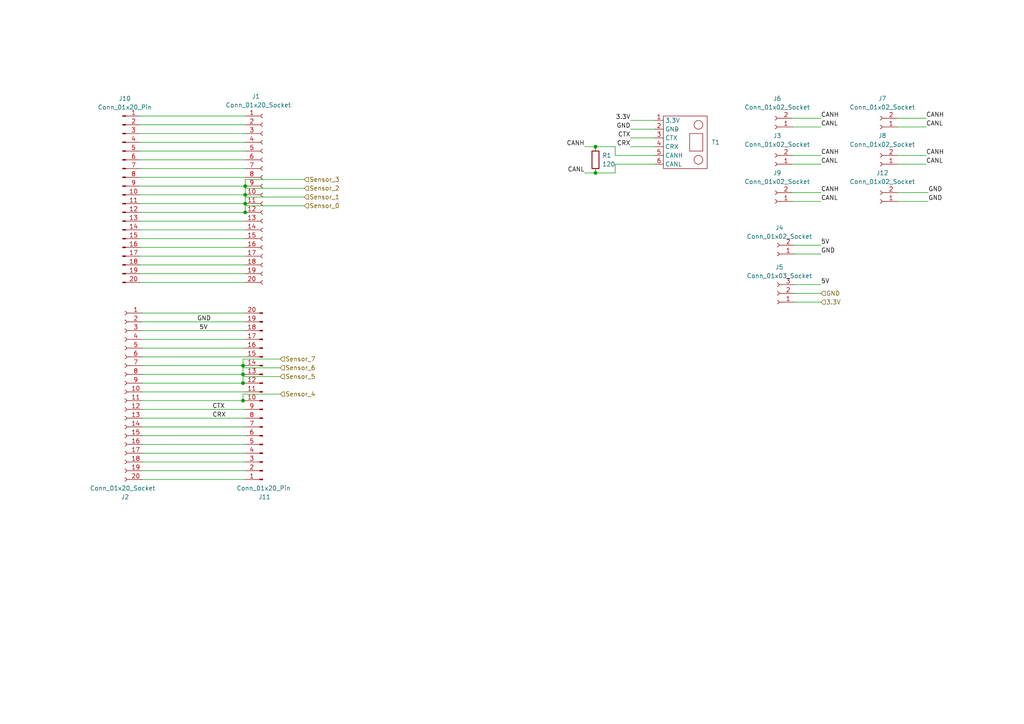
<source format=kicad_sch>
(kicad_sch (version 20230121) (generator eeschema)
  (paper "A4")
  (lib_symbols
    (symbol "Connector:Conn_01x02_Socket" (pin_names (offset 1.016) hide)
      (property "Reference" "J" (at 0 2.54 0))
      (property "Value" "Conn_01x02_Socket" (at 0 -5.08 0))
      (symbol "Conn_01x02_Socket_1_1"
        (arc (start 0 -2.032) (mid -0.5058 -2.54) (end 0 -3.048) (stroke (width 0.1524)))
        (polyline (pts (xy -1.27 -2.54) (xy -0.508 -2.54)) (stroke (width 0.1524)))
        (polyline (pts (xy -1.27 0) (xy -0.508 0)) (stroke (width 0.1524)))
        (arc (start 0 0.508) (mid -0.5058 0) (end 0 -0.508) (stroke (width 0.1524)))
        (pin passive line (at -5.08 0 0) (length 3.81) (name "Pin_1") (number "1"))
        (pin passive line (at -5.08 -2.54 0) (length 3.81) (name "Pin_2") (number "2"))
      )
    )
    (symbol "Connector:Conn_01x03_Socket" (pin_names (offset 1.016) hide)
      (property "Reference" "J" (at 0 5.08 0))
      (property "Value" "Conn_01x03_Socket" (at 0 -5.08 0))
      (symbol "Conn_01x03_Socket_1_1"
        (arc (start 0 -2.032) (mid -0.5058 -2.54) (end 0 -3.048) (stroke (width 0.1524)))
        (polyline (pts (xy -1.27 -2.54) (xy -0.508 -2.54)) (stroke (width 0.1524)))
        (polyline (pts (xy -1.27 0) (xy -0.508 0)) (stroke (width 0.1524)))
        (polyline (pts (xy -1.27 2.54) (xy -0.508 2.54)) (stroke (width 0.1524)))
        (arc (start 0 0.508) (mid -0.5058 0) (end 0 -0.508) (stroke (width 0.1524)))
        (arc (start 0 3.048) (mid -0.5058 2.54) (end 0 2.032) (stroke (width 0.1524)))
        (pin passive line (at -5.08 2.54 0) (length 3.81) (name "Pin_1") (number "1"))
        (pin passive line (at -5.08 0 0) (length 3.81) (name "Pin_2") (number "2"))
        (pin passive line (at -5.08 -2.54 0) (length 3.81) (name "Pin_3") (number "3"))
      )
    )
    (symbol "Connector:Conn_01x20_Pin" (pin_names (offset 1.016) hide)
      (property "Reference" "J" (at 0 25.4 0))
      (property "Value" "Conn_01x20_Pin" (at 0 -27.94 0))
      (symbol "Conn_01x20_Pin_1_1"
        (polyline (pts (xy 1.27 -25.4) (xy 0.8636 -25.4)) (stroke (width 0.1524)))
        (polyline (pts (xy 1.27 -22.86) (xy 0.8636 -22.86)) (stroke (width 0.1524)))
        (polyline (pts (xy 1.27 -20.32) (xy 0.8636 -20.32)) (stroke (width 0.1524)))
        (polyline (pts (xy 1.27 -17.78) (xy 0.8636 -17.78)) (stroke (width 0.1524)))
        (polyline (pts (xy 1.27 -15.24) (xy 0.8636 -15.24)) (stroke (width 0.1524)))
        (polyline (pts (xy 1.27 -12.7) (xy 0.8636 -12.7)) (stroke (width 0.1524)))
        (polyline (pts (xy 1.27 -10.16) (xy 0.8636 -10.16)) (stroke (width 0.1524)))
        (polyline (pts (xy 1.27 -7.62) (xy 0.8636 -7.62)) (stroke (width 0.1524)))
        (polyline (pts (xy 1.27 -5.08) (xy 0.8636 -5.08)) (stroke (width 0.1524)))
        (polyline (pts (xy 1.27 -2.54) (xy 0.8636 -2.54)) (stroke (width 0.1524)))
        (polyline (pts (xy 1.27 0) (xy 0.8636 0)) (stroke (width 0.1524)))
        (polyline (pts (xy 1.27 2.54) (xy 0.8636 2.54)) (stroke (width 0.1524)))
        (polyline (pts (xy 1.27 5.08) (xy 0.8636 5.08)) (stroke (width 0.1524)))
        (polyline (pts (xy 1.27 7.62) (xy 0.8636 7.62)) (stroke (width 0.1524)))
        (polyline (pts (xy 1.27 10.16) (xy 0.8636 10.16)) (stroke (width 0.1524)))
        (polyline (pts (xy 1.27 12.7) (xy 0.8636 12.7)) (stroke (width 0.1524)))
        (polyline (pts (xy 1.27 15.24) (xy 0.8636 15.24)) (stroke (width 0.1524)))
        (polyline (pts (xy 1.27 17.78) (xy 0.8636 17.78)) (stroke (width 0.1524)))
        (polyline (pts (xy 1.27 20.32) (xy 0.8636 20.32)) (stroke (width 0.1524)))
        (polyline (pts (xy 1.27 22.86) (xy 0.8636 22.86)) (stroke (width 0.1524)))
        (rectangle (start 0.8636 -25.273) (end 0 -25.527) (stroke (width 0.1524)) (fill (type outline)))
        (rectangle (start 0.8636 -22.733) (end 0 -22.987) (stroke (width 0.1524)) (fill (type outline)))
        (rectangle (start 0.8636 -20.193) (end 0 -20.447) (stroke (width 0.1524)) (fill (type outline)))
        (rectangle (start 0.8636 -17.653) (end 0 -17.907) (stroke (width 0.1524)) (fill (type outline)))
        (rectangle (start 0.8636 -15.113) (end 0 -15.367) (stroke (width 0.1524)) (fill (type outline)))
        (rectangle (start 0.8636 -12.573) (end 0 -12.827) (stroke (width 0.1524)) (fill (type outline)))
        (rectangle (start 0.8636 -10.033) (end 0 -10.287) (stroke (width 0.1524)) (fill (type outline)))
        (rectangle (start 0.8636 -7.493) (end 0 -7.747) (stroke (width 0.1524)) (fill (type outline)))
        (rectangle (start 0.8636 -4.953) (end 0 -5.207) (stroke (width 0.1524)) (fill (type outline)))
        (rectangle (start 0.8636 -2.413) (end 0 -2.667) (stroke (width 0.1524)) (fill (type outline)))
        (rectangle (start 0.8636 0.127) (end 0 -0.127) (stroke (width 0.1524)) (fill (type outline)))
        (rectangle (start 0.8636 2.667) (end 0 2.413) (stroke (width 0.1524)) (fill (type outline)))
        (rectangle (start 0.8636 5.207) (end 0 4.953) (stroke (width 0.1524)) (fill (type outline)))
        (rectangle (start 0.8636 7.747) (end 0 7.493) (stroke (width 0.1524)) (fill (type outline)))
        (rectangle (start 0.8636 10.287) (end 0 10.033) (stroke (width 0.1524)) (fill (type outline)))
        (rectangle (start 0.8636 12.827) (end 0 12.573) (stroke (width 0.1524)) (fill (type outline)))
        (rectangle (start 0.8636 15.367) (end 0 15.113) (stroke (width 0.1524)) (fill (type outline)))
        (rectangle (start 0.8636 17.907) (end 0 17.653) (stroke (width 0.1524)) (fill (type outline)))
        (rectangle (start 0.8636 20.447) (end 0 20.193) (stroke (width 0.1524)) (fill (type outline)))
        (rectangle (start 0.8636 22.987) (end 0 22.733) (stroke (width 0.1524)) (fill (type outline)))
        (pin passive line (at 5.08 22.86 180) (length 3.81) (name "Pin_1") (number "1"))
        (pin passive line (at 5.08 0 180) (length 3.81) (name "Pin_10") (number "10"))
        (pin passive line (at 5.08 -2.54 180) (length 3.81) (name "Pin_11") (number "11"))
        (pin passive line (at 5.08 -5.08 180) (length 3.81) (name "Pin_12") (number "12"))
        (pin passive line (at 5.08 -7.62 180) (length 3.81) (name "Pin_13") (number "13"))
        (pin passive line (at 5.08 -10.16 180) (length 3.81) (name "Pin_14") (number "14"))
        (pin passive line (at 5.08 -12.7 180) (length 3.81) (name "Pin_15") (number "15"))
        (pin passive line (at 5.08 -15.24 180) (length 3.81) (name "Pin_16") (number "16"))
        (pin passive line (at 5.08 -17.78 180) (length 3.81) (name "Pin_17") (number "17"))
        (pin passive line (at 5.08 -20.32 180) (length 3.81) (name "Pin_18") (number "18"))
        (pin passive line (at 5.08 -22.86 180) (length 3.81) (name "Pin_19") (number "19"))
        (pin passive line (at 5.08 20.32 180) (length 3.81) (name "Pin_2") (number "2"))
        (pin passive line (at 5.08 -25.4 180) (length 3.81) (name "Pin_20") (number "20"))
        (pin passive line (at 5.08 17.78 180) (length 3.81) (name "Pin_3") (number "3"))
        (pin passive line (at 5.08 15.24 180) (length 3.81) (name "Pin_4") (number "4"))
        (pin passive line (at 5.08 12.7 180) (length 3.81) (name "Pin_5") (number "5"))
        (pin passive line (at 5.08 10.16 180) (length 3.81) (name "Pin_6") (number "6"))
        (pin passive line (at 5.08 7.62 180) (length 3.81) (name "Pin_7") (number "7"))
        (pin passive line (at 5.08 5.08 180) (length 3.81) (name "Pin_8") (number "8"))
        (pin passive line (at 5.08 2.54 180) (length 3.81) (name "Pin_9") (number "9"))
      )
    )
    (symbol "Connector:Conn_01x20_Socket" (pin_names (offset 1.016) hide)
      (property "Reference" "J" (at 0 25.4 0))
      (property "Value" "Conn_01x20_Socket" (at 0 -27.94 0))
      (symbol "Conn_01x20_Socket_1_1"
        (arc (start 0 -24.892) (mid -0.5058 -25.4) (end 0 -25.908) (stroke (width 0.1524)))
        (arc (start 0 -22.352) (mid -0.5058 -22.86) (end 0 -23.368) (stroke (width 0.1524)))
        (arc (start 0 -19.812) (mid -0.5058 -20.32) (end 0 -20.828) (stroke (width 0.1524)))
        (arc (start 0 -17.272) (mid -0.5058 -17.78) (end 0 -18.288) (stroke (width 0.1524)))
        (arc (start 0 -14.732) (mid -0.5058 -15.24) (end 0 -15.748) (stroke (width 0.1524)))
        (arc (start 0 -12.192) (mid -0.5058 -12.7) (end 0 -13.208) (stroke (width 0.1524)))
        (arc (start 0 -9.652) (mid -0.5058 -10.16) (end 0 -10.668) (stroke (width 0.1524)))
        (arc (start 0 -7.112) (mid -0.5058 -7.62) (end 0 -8.128) (stroke (width 0.1524)))
        (arc (start 0 -4.572) (mid -0.5058 -5.08) (end 0 -5.588) (stroke (width 0.1524)))
        (arc (start 0 -2.032) (mid -0.5058 -2.54) (end 0 -3.048) (stroke (width 0.1524)))
        (polyline (pts (xy -1.27 -25.4) (xy -0.508 -25.4)) (stroke (width 0.1524)))
        (polyline (pts (xy -1.27 -22.86) (xy -0.508 -22.86)) (stroke (width 0.1524)))
        (polyline (pts (xy -1.27 -20.32) (xy -0.508 -20.32)) (stroke (width 0.1524)))
        (polyline (pts (xy -1.27 -17.78) (xy -0.508 -17.78)) (stroke (width 0.1524)))
        (polyline (pts (xy -1.27 -15.24) (xy -0.508 -15.24)) (stroke (width 0.1524)))
        (polyline (pts (xy -1.27 -12.7) (xy -0.508 -12.7)) (stroke (width 0.1524)))
        (polyline (pts (xy -1.27 -10.16) (xy -0.508 -10.16)) (stroke (width 0.1524)))
        (polyline (pts (xy -1.27 -7.62) (xy -0.508 -7.62)) (stroke (width 0.1524)))
        (polyline (pts (xy -1.27 -5.08) (xy -0.508 -5.08)) (stroke (width 0.1524)))
        (polyline (pts (xy -1.27 -2.54) (xy -0.508 -2.54)) (stroke (width 0.1524)))
        (polyline (pts (xy -1.27 0) (xy -0.508 0)) (stroke (width 0.1524)))
        (polyline (pts (xy -1.27 2.54) (xy -0.508 2.54)) (stroke (width 0.1524)))
        (polyline (pts (xy -1.27 5.08) (xy -0.508 5.08)) (stroke (width 0.1524)))
        (polyline (pts (xy -1.27 7.62) (xy -0.508 7.62)) (stroke (width 0.1524)))
        (polyline (pts (xy -1.27 10.16) (xy -0.508 10.16)) (stroke (width 0.1524)))
        (polyline (pts (xy -1.27 12.7) (xy -0.508 12.7)) (stroke (width 0.1524)))
        (polyline (pts (xy -1.27 15.24) (xy -0.508 15.24)) (stroke (width 0.1524)))
        (polyline (pts (xy -1.27 17.78) (xy -0.508 17.78)) (stroke (width 0.1524)))
        (polyline (pts (xy -1.27 20.32) (xy -0.508 20.32)) (stroke (width 0.1524)))
        (polyline (pts (xy -1.27 22.86) (xy -0.508 22.86)) (stroke (width 0.1524)))
        (arc (start 0 0.508) (mid -0.5058 0) (end 0 -0.508) (stroke (width 0.1524)))
        (arc (start 0 3.048) (mid -0.5058 2.54) (end 0 2.032) (stroke (width 0.1524)))
        (arc (start 0 5.588) (mid -0.5058 5.08) (end 0 4.572) (stroke (width 0.1524)))
        (arc (start 0 8.128) (mid -0.5058 7.62) (end 0 7.112) (stroke (width 0.1524)))
        (arc (start 0 10.668) (mid -0.5058 10.16) (end 0 9.652) (stroke (width 0.1524)))
        (arc (start 0 13.208) (mid -0.5058 12.7) (end 0 12.192) (stroke (width 0.1524)))
        (arc (start 0 15.748) (mid -0.5058 15.24) (end 0 14.732) (stroke (width 0.1524)))
        (arc (start 0 18.288) (mid -0.5058 17.78) (end 0 17.272) (stroke (width 0.1524)))
        (arc (start 0 20.828) (mid -0.5058 20.32) (end 0 19.812) (stroke (width 0.1524)))
        (arc (start 0 23.368) (mid -0.5058 22.86) (end 0 22.352) (stroke (width 0.1524)))
        (pin passive line (at -5.08 22.86 0) (length 3.81) (name "Pin_1") (number "1"))
        (pin passive line (at -5.08 0 0) (length 3.81) (name "Pin_10") (number "10"))
        (pin passive line (at -5.08 -2.54 0) (length 3.81) (name "Pin_11") (number "11"))
        (pin passive line (at -5.08 -5.08 0) (length 3.81) (name "Pin_12") (number "12"))
        (pin passive line (at -5.08 -7.62 0) (length 3.81) (name "Pin_13") (number "13"))
        (pin passive line (at -5.08 -10.16 0) (length 3.81) (name "Pin_14") (number "14"))
        (pin passive line (at -5.08 -12.7 0) (length 3.81) (name "Pin_15") (number "15"))
        (pin passive line (at -5.08 -15.24 0) (length 3.81) (name "Pin_16") (number "16"))
        (pin passive line (at -5.08 -17.78 0) (length 3.81) (name "Pin_17") (number "17"))
        (pin passive line (at -5.08 -20.32 0) (length 3.81) (name "Pin_18") (number "18"))
        (pin passive line (at -5.08 -22.86 0) (length 3.81) (name "Pin_19") (number "19"))
        (pin passive line (at -5.08 20.32 0) (length 3.81) (name "Pin_2") (number "2"))
        (pin passive line (at -5.08 -25.4 0) (length 3.81) (name "Pin_20") (number "20"))
        (pin passive line (at -5.08 17.78 0) (length 3.81) (name "Pin_3") (number "3"))
        (pin passive line (at -5.08 15.24 0) (length 3.81) (name "Pin_4") (number "4"))
        (pin passive line (at -5.08 12.7 0) (length 3.81) (name "Pin_5") (number "5"))
        (pin passive line (at -5.08 10.16 0) (length 3.81) (name "Pin_6") (number "6"))
        (pin passive line (at -5.08 7.62 0) (length 3.81) (name "Pin_7") (number "7"))
        (pin passive line (at -5.08 5.08 0) (length 3.81) (name "Pin_8") (number "8"))
        (pin passive line (at -5.08 2.54 0) (length 3.81) (name "Pin_9") (number "9"))
      )
    )
    (symbol "Device:R" (pin_numbers hide) (pin_names (offset 0))
      (property "Reference" "R" (at 2.032 0 90))
      (property "Value" "R" (at 0 0 90))
      (symbol "R_0_1"
        (rectangle (start -1.016 -2.54) (end 1.016 2.54) (stroke (width 0.254)))
      )
      (symbol "R_1_1"
        (pin passive line (at 0 3.81 270) (length 1.27) (name "~") (number "1"))
        (pin passive line (at 0 -3.81 90) (length 1.27) (name "~") (number "2"))
      )
    )
    (symbol "Wen_2:Transceiver"
      (property "Reference" "T" (at 0 0 0))
      (symbol "Transceiver_0_1"
        (polyline (pts (xy -3.81 3.81) (xy 8.89 3.81) (xy 8.89 -11.43) (xy -3.81 -11.43) (xy -3.81 3.81)))
        (polyline (pts (xy 3.81 -6.35) (xy 3.81 -1.27) (xy 7.62 -1.27) (xy 7.62 -6.35) (xy 3.81 -6.35)))
        (circle (center 6.35 -8.89) (radius 1.27))
        (circle (center 6.35 1.27) (radius 1.27))
      )
      (symbol "Transceiver_1_1"
        (pin input line (at -6.35 2.54 0) (length 2.54) (name "3.3V") (number "1"))
        (pin output line (at -6.35 0 0) (length 2.54) (name "GND") (number "2"))
        (pin output line (at -6.35 -2.54 0) (length 2.54) (name "CTX") (number "3"))
        (pin input line (at -6.35 -5.08 0) (length 2.54) (name "CRX") (number "4"))
        (pin bidirectional line (at -6.35 -7.62 0) (length 2.54) (name "CANH") (number "5"))
        (pin bidirectional line (at -6.35 -10.16 0) (length 2.54) (name "CANL") (number "6"))
      )
    )
  )
  (junction (at 71.12 53.975))
  (junction (at 71.12 56.515))
  (junction (at 70.485 116.205))
  (junction (at 70.485 108.585))
  (junction (at 172.72 50.165))
  (junction (at 172.72 42.545))
  (junction (at 70.485 111.125))
  (junction (at 70.485 106.045))
  (junction (at 71.12 61.595))
  (junction (at 71.12 59.055))
  (wire (pts (xy 182.88 34.925) (xy 189.865 34.925)))
  (wire (pts (xy 70.485 108.585) (xy 71.12 108.585)))
  (wire (pts (xy 41.275 90.805) (xy 71.12 90.805)))
  (wire (pts (xy 41.275 116.205) (xy 70.485 116.205)))
  (wire (pts (xy 70.485 106.68) (xy 70.485 108.585)))
  (wire (pts (xy 40.64 71.755) (xy 71.12 71.755)))
  (wire (pts (xy 41.275 139.065) (xy 71.12 139.065)))
  (wire (pts (xy 40.64 61.595) (xy 71.12 61.595)))
  (wire (pts (xy 71.12 54.61) (xy 71.12 56.515)))
  (wire (pts (xy 40.64 56.515) (xy 71.12 56.515)))
  (wire (pts (xy 229.87 55.88) (xy 238.125 55.88)))
  (wire (pts (xy 178.435 45.085) (xy 189.865 45.085)))
  (wire (pts (xy 41.275 133.985) (xy 71.12 133.985)))
  (wire (pts (xy 40.64 64.135) (xy 71.12 64.135)))
  (wire (pts (xy 229.87 45.085) (xy 238.125 45.085)))
  (wire (pts (xy 88.265 52.07) (xy 71.12 52.07)))
  (wire (pts (xy 40.64 36.195) (xy 71.12 36.195)))
  (wire (pts (xy 40.64 76.835) (xy 71.12 76.835)))
  (wire (pts (xy 71.12 57.15) (xy 71.12 59.055)))
  (wire (pts (xy 88.265 57.15) (xy 71.12 57.15)))
  (wire (pts (xy 260.35 45.085) (xy 268.605 45.085)))
  (wire (pts (xy 182.88 37.465) (xy 189.865 37.465)))
  (wire (pts (xy 40.64 48.895) (xy 71.12 48.895)))
  (wire (pts (xy 70.485 109.22) (xy 81.28 109.22)))
  (wire (pts (xy 178.435 47.625) (xy 189.865 47.625)))
  (wire (pts (xy 229.87 58.42) (xy 238.125 58.42)))
  (wire (pts (xy 41.275 121.285) (xy 71.12 121.285)))
  (wire (pts (xy 41.275 108.585) (xy 70.485 108.585)))
  (wire (pts (xy 41.275 113.665) (xy 71.12 113.665)))
  (wire (pts (xy 40.64 79.375) (xy 71.12 79.375)))
  (wire (pts (xy 230.505 87.63) (xy 238.125 87.63)))
  (wire (pts (xy 41.275 123.825) (xy 71.12 123.825)))
  (wire (pts (xy 70.485 116.205) (xy 71.12 116.205)))
  (wire (pts (xy 230.505 85.09) (xy 238.125 85.09)))
  (wire (pts (xy 70.485 106.045) (xy 71.12 106.045)))
  (wire (pts (xy 178.435 50.165) (xy 178.435 47.625)))
  (wire (pts (xy 70.485 114.3) (xy 70.485 116.205)))
  (wire (pts (xy 41.275 111.125) (xy 70.485 111.125)))
  (wire (pts (xy 229.87 34.29) (xy 238.125 34.29)))
  (wire (pts (xy 70.485 114.3) (xy 81.28 114.3)))
  (wire (pts (xy 172.72 42.545) (xy 178.435 42.545)))
  (wire (pts (xy 70.485 106.68) (xy 81.28 106.68)))
  (wire (pts (xy 230.505 82.55) (xy 238.125 82.55)))
  (wire (pts (xy 81.28 104.14) (xy 70.485 104.14)))
  (wire (pts (xy 40.64 41.275) (xy 71.12 41.275)))
  (wire (pts (xy 40.64 33.655) (xy 71.12 33.655)))
  (wire (pts (xy 70.485 104.14) (xy 70.485 106.045)))
  (wire (pts (xy 229.87 36.83) (xy 238.125 36.83)))
  (wire (pts (xy 230.505 73.66) (xy 238.125 73.66)))
  (wire (pts (xy 260.35 47.625) (xy 268.605 47.625)))
  (wire (pts (xy 88.265 54.61) (xy 71.12 54.61)))
  (wire (pts (xy 178.435 42.545) (xy 178.435 45.085)))
  (wire (pts (xy 230.505 71.12) (xy 238.125 71.12)))
  (wire (pts (xy 40.64 81.915) (xy 71.12 81.915)))
  (wire (pts (xy 70.485 111.125) (xy 71.12 111.125)))
  (wire (pts (xy 41.275 95.885) (xy 71.12 95.885)))
  (wire (pts (xy 260.35 58.42) (xy 269.24 58.42)))
  (wire (pts (xy 41.275 118.745) (xy 71.12 118.745)))
  (wire (pts (xy 169.545 42.545) (xy 172.72 42.545)))
  (wire (pts (xy 40.64 46.355) (xy 71.12 46.355)))
  (wire (pts (xy 41.275 106.045) (xy 70.485 106.045)))
  (wire (pts (xy 260.35 34.29) (xy 268.605 34.29)))
  (wire (pts (xy 40.64 66.675) (xy 71.12 66.675)))
  (wire (pts (xy 70.485 109.22) (xy 70.485 111.125)))
  (wire (pts (xy 41.275 93.345) (xy 71.12 93.345)))
  (wire (pts (xy 41.275 136.525) (xy 71.12 136.525)))
  (wire (pts (xy 71.12 52.07) (xy 71.12 53.975)))
  (wire (pts (xy 71.12 53.975) (xy 71.755 53.975)))
  (wire (pts (xy 172.72 50.165) (xy 178.435 50.165)))
  (wire (pts (xy 40.64 53.975) (xy 71.12 53.975)))
  (wire (pts (xy 260.35 36.83) (xy 268.605 36.83)))
  (wire (pts (xy 40.64 38.735) (xy 71.12 38.735)))
  (wire (pts (xy 41.275 100.965) (xy 71.12 100.965)))
  (wire (pts (xy 88.265 59.69) (xy 71.12 59.69)))
  (wire (pts (xy 260.35 55.88) (xy 269.24 55.88)))
  (wire (pts (xy 182.88 40.005) (xy 189.865 40.005)))
  (wire (pts (xy 182.88 42.545) (xy 189.865 42.545)))
  (wire (pts (xy 41.275 128.905) (xy 71.12 128.905)))
  (wire (pts (xy 40.64 51.435) (xy 71.12 51.435)))
  (wire (pts (xy 229.87 47.625) (xy 238.125 47.625)))
  (wire (pts (xy 40.64 43.815) (xy 71.12 43.815)))
  (wire (pts (xy 40.64 69.215) (xy 71.12 69.215)))
  (wire (pts (xy 169.545 50.165) (xy 172.72 50.165)))
  (wire (pts (xy 41.275 103.505) (xy 71.12 103.505)))
  (wire (pts (xy 40.64 59.055) (xy 71.12 59.055)))
  (wire (pts (xy 41.275 98.425) (xy 71.12 98.425)))
  (wire (pts (xy 41.275 131.445) (xy 71.12 131.445)))
  (wire (pts (xy 71.12 59.69) (xy 71.12 61.595)))
  (wire (pts (xy 41.275 126.365) (xy 71.12 126.365)))
  (wire (pts (xy 40.64 74.295) (xy 71.12 74.295)))
  (label "CTX" (at 182.88 40.005 180))
  (label "5V" (at 238.125 82.55 0))
  (label "CTX" (at 61.595 118.745 0))
  (label "CANH" (at 268.605 45.085 0))
  (label "CANH" (at 238.125 55.88 0))
  (label "CANL" (at 238.125 47.625 0))
  (label "CANH" (at 268.605 34.29 0))
  (label "CANL" (at 268.605 47.625 0))
  (label "5V" (at 57.785 95.885 0))
  (label "GND" (at 269.24 58.42 0))
  (label "GND" (at 182.88 37.465 180))
  (label "GND" (at 238.125 73.66 0))
  (label "CANL" (at 268.605 36.83 0))
  (label "CANH" (at 238.125 34.29 0))
  (label "CANL" (at 238.125 58.42 0))
  (label "GND" (at 269.24 55.88 0))
  (label "GND" (at 57.15 93.345 0))
  (label "CRX" (at 61.595 121.285 0))
  (label "CRX" (at 182.88 42.545 180))
  (label "CANH" (at 238.125 45.085 0))
  (label "CANL" (at 169.545 50.165 180))
  (label "CANL" (at 238.125 36.83 0))
  (label "5V" (at 238.125 71.12 0))
  (label "CANH" (at 169.545 42.545 180))
  (label "3.3V" (at 182.88 34.925 180))
  (hierarchical_label "Sensor_7" (shape input) (at 81.28 104.14 0))
  (hierarchical_label "GND" (shape input) (at 238.125 85.09 0))
  (hierarchical_label "Sensor_5" (shape input) (at 81.28 109.22 0))
  (hierarchical_label "Sensor_2" (shape input) (at 88.265 54.61 0))
  (hierarchical_label "Sensor_1" (shape input) (at 88.265 57.15 0))
  (hierarchical_label "Sensor_6" (shape input) (at 81.28 106.68 0))
  (hierarchical_label "Sensor_4" (shape input) (at 81.28 114.3 0))
  (hierarchical_label "Sensor_0" (shape input) (at 88.265 59.69 0))
  (hierarchical_label "3.3V" (shape input) (at 238.125 87.63 0))
  (hierarchical_label "Sensor_3" (shape input) (at 88.265 52.07 0))
  (symbol (lib_id "Connector:Conn_01x20_Socket") (at 36.195 113.665 0) (mirror y) (unit 1)
    (property "Reference" "J2" (at 37.465 144.145 0) (effects (justify left)))
    (property "Value" "Conn_01x20_Socket" (at 45.085 141.605 0) (effects (justify left)))
    (property "Footprint" "Connector_PinSocket_2.54mm:PinSocket_1x20_P2.54mm_Vertical" (effects hide))
  )
  (symbol (lib_id "Connector:Conn_01x02_Socket") (at 255.27 36.83 180) (unit 1)
    (property "Reference" "J7" (at 255.905 28.575 0))
    (property "Value" "Conn_01x02_Socket" (at 255.905 31.115 0))
    (property "Footprint" "wen1:Conector_1x02" (effects hide))
  )
  (symbol (lib_id "Connector:Conn_01x03_Socket") (at 225.425 85.09 180) (unit 1)
    (property "Reference" "J5" (at 226.06 77.47 0))
    (property "Value" "Conn_01x03_Socket" (at 226.06 80.01 0))
    (property "Footprint" "Connector_PinSocket_2.54mm:PinSocket_1x03_P2.54mm_Vertical" (effects hide))
  )
  (symbol (lib_id "Connector:Conn_01x20_Socket") (at 76.2 56.515 0) (unit 1)
    (property "Reference" "J1" (at 73.025 27.94 0) (effects (justify left)))
    (property "Value" "Conn_01x20_Socket" (at 65.405 30.48 0) (effects (justify left)))
    (property "Footprint" "Connector_PinSocket_2.54mm:PinSocket_1x20_P2.54mm_Vertical" (effects hide))
  )
  (symbol (lib_id "Connector:Conn_01x02_Socket") (at 225.425 73.66 180) (unit 1)
    (property "Reference" "J4" (at 226.06 66.04 0))
    (property "Value" "Conn_01x02_Socket" (at 226.06 68.58 0))
    (property "Footprint" "wen1:Conector_1x02" (effects hide))
  )
  (symbol (lib_id "Device:R") (at 172.72 46.355 0) (unit 1)
    (property "Reference" "R1" (at 174.625 45.085 0) (effects (justify left)))
    (property "Value" "120" (at 174.625 47.625 0) (effects (justify left)))
    (property "Footprint" "Resistor_THT:R_Axial_DIN0204_L3.6mm_D1.6mm_P7.62mm_Horizontal" (effects hide))
  )
  (symbol (lib_id "Connector:Conn_01x02_Socket") (at 224.79 36.83 180) (unit 1)
    (property "Reference" "J6" (at 225.425 28.575 0))
    (property "Value" "Conn_01x02_Socket" (at 225.425 31.115 0))
    (property "Footprint" "wen1:Conector_1x02" (effects hide))
  )
  (symbol (lib_id "Connector:Conn_01x02_Socket") (at 255.27 58.42 180) (unit 1)
    (property "Reference" "J12" (at 255.905 50.165 0))
    (property "Value" "Conn_01x02_Socket" (at 255.905 52.705 0))
    (property "Footprint" "wen1:Conector_1x02" (effects hide))
  )
  (symbol (lib_id "Connector:Conn_01x20_Pin") (at 35.56 56.515 0) (unit 1)
    (property "Reference" "J10" (at 36.195 28.575 0))
    (property "Value" "Conn_01x20_Pin" (at 36.195 31.115 0))
    (property "Footprint" "Connector_PinHeader_2.54mm:PinHeader_1x20_P2.54mm_Vertical" (effects hide))
  )
  (symbol (lib_id "Connector:Conn_01x02_Socket") (at 255.27 47.625 180) (unit 1)
    (property "Reference" "J8" (at 255.905 39.37 0))
    (property "Value" "Conn_01x02_Socket" (at 255.905 41.91 0))
    (property "Footprint" "wen1:Conector_1x02" (effects hide))
  )
  (symbol (lib_id "Wen_2:Transceiver") (at 196.215 37.465 0) (unit 1)
    (property "Reference" "T1" (at 206.375 41.275 0) (effects (justify left)))
    (property "Value" "~" (at 196.215 37.465 0))
    (property "Footprint" "Connector_PinSocket_2.54mm:PinSocket_1x06_P2.54mm_Vertical" (effects hide))
  )
  (symbol (lib_id "Connector:Conn_01x02_Socket") (at 224.79 58.42 180) (unit 1)
    (property "Reference" "J9" (at 225.425 50.165 0))
    (property "Value" "Conn_01x02_Socket" (at 225.425 52.705 0))
    (property "Footprint" "wen1:Conector_1x02" (effects hide))
  )
  (symbol (lib_id "Connector:Conn_01x02_Socket") (at 224.79 47.625 180) (unit 1)
    (property "Reference" "J3" (at 225.425 39.37 0))
    (property "Value" "Conn_01x02_Socket" (at 225.425 41.91 0))
    (property "Footprint" "wen1:Conector_1x02" (effects hide))
  )
  (symbol (lib_id "Connector:Conn_01x20_Pin") (at 76.2 116.205 180) (unit 1)
    (property "Reference" "J11" (at 74.93 144.145 0) (effects (justify right)))
    (property "Value" "Conn_01x20_Pin" (at 68.58 141.605 0) (effects (justify right)))
    (property "Footprint" "Connector_PinHeader_2.54mm:PinHeader_1x20_P2.54mm_Vertical" (effects hide))
  )
)
</source>
